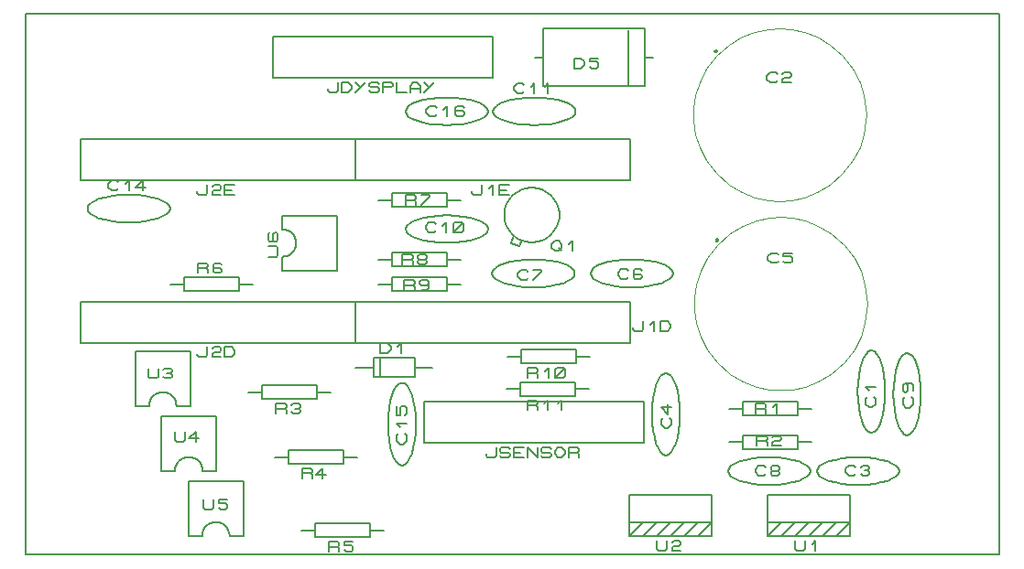
<source format=gbr>
G04 PROTEUS RS274X GERBER FILE*
%FSLAX45Y45*%
%MOMM*%
G01*
%ADD21C,0.203200*%
%ADD24C,0.120000*%
%ADD25C,0.200000*%
%TD.AperFunction*%
D21*
X+0Y+0D02*
X+9000000Y+0D01*
X+9000000Y+5000000D01*
X+0Y+5000000D01*
X+0Y+0D01*
X+3047000Y+3459500D02*
X+5587000Y+3459500D01*
X+5587000Y+3840500D01*
X+3047000Y+3840500D01*
X+3047000Y+3459500D01*
X+4126500Y+3357900D02*
X+4126500Y+3342660D01*
X+4142375Y+3327420D01*
X+4205875Y+3327420D01*
X+4221750Y+3342660D01*
X+4221750Y+3418860D01*
X+4285250Y+3388380D02*
X+4317000Y+3418860D01*
X+4317000Y+3327420D01*
X+4475750Y+3327420D02*
X+4380500Y+3327420D01*
X+4380500Y+3418860D01*
X+4475750Y+3418860D01*
X+4380500Y+3373140D02*
X+4444000Y+3373140D01*
X+507000Y+3459500D02*
X+3047000Y+3459500D01*
X+3047000Y+3840500D01*
X+507000Y+3840500D01*
X+507000Y+3459500D01*
X+1586500Y+3357900D02*
X+1586500Y+3342660D01*
X+1602375Y+3327420D01*
X+1665875Y+3327420D01*
X+1681750Y+3342660D01*
X+1681750Y+3418860D01*
X+1729375Y+3403620D02*
X+1745250Y+3418860D01*
X+1792875Y+3418860D01*
X+1808750Y+3403620D01*
X+1808750Y+3388380D01*
X+1792875Y+3373140D01*
X+1745250Y+3373140D01*
X+1729375Y+3357900D01*
X+1729375Y+3327420D01*
X+1808750Y+3327420D01*
X+1935750Y+3327420D02*
X+1840500Y+3327420D01*
X+1840500Y+3418860D01*
X+1935750Y+3418860D01*
X+1840500Y+3373140D02*
X+1904000Y+3373140D01*
X+3047000Y+1959500D02*
X+5587000Y+1959500D01*
X+5587000Y+2340500D01*
X+3047000Y+2340500D01*
X+3047000Y+1959500D01*
X+5616500Y+2097900D02*
X+5616500Y+2082660D01*
X+5632375Y+2067420D01*
X+5695875Y+2067420D01*
X+5711750Y+2082660D01*
X+5711750Y+2158860D01*
X+5775250Y+2128380D02*
X+5807000Y+2158860D01*
X+5807000Y+2067420D01*
X+5870500Y+2067420D02*
X+5870500Y+2158860D01*
X+5934000Y+2158860D01*
X+5965750Y+2128380D01*
X+5965750Y+2097900D01*
X+5934000Y+2067420D01*
X+5870500Y+2067420D01*
X+507000Y+1959500D02*
X+3047000Y+1959500D01*
X+3047000Y+2340500D01*
X+507000Y+2340500D01*
X+507000Y+1959500D01*
X+1586500Y+1857900D02*
X+1586500Y+1842660D01*
X+1602375Y+1827420D01*
X+1665875Y+1827420D01*
X+1681750Y+1842660D01*
X+1681750Y+1918860D01*
X+1729375Y+1903620D02*
X+1745250Y+1918860D01*
X+1792875Y+1918860D01*
X+1808750Y+1903620D01*
X+1808750Y+1888380D01*
X+1792875Y+1873140D01*
X+1745250Y+1873140D01*
X+1729375Y+1857900D01*
X+1729375Y+1827420D01*
X+1808750Y+1827420D01*
X+1840500Y+1827420D02*
X+1840500Y+1918860D01*
X+1904000Y+1918860D01*
X+1935750Y+1888380D01*
X+1935750Y+1857900D01*
X+1904000Y+1827420D01*
X+1840500Y+1827420D01*
X+2285000Y+4409500D02*
X+4317000Y+4409500D01*
X+4317000Y+4790500D01*
X+2285000Y+4790500D01*
X+2285000Y+4409500D01*
X+2793000Y+4307900D02*
X+2793000Y+4292660D01*
X+2808875Y+4277420D01*
X+2872375Y+4277420D01*
X+2888250Y+4292660D01*
X+2888250Y+4368860D01*
X+2920000Y+4277420D02*
X+2920000Y+4368860D01*
X+2983500Y+4368860D01*
X+3015250Y+4338380D01*
X+3015250Y+4307900D01*
X+2983500Y+4277420D01*
X+2920000Y+4277420D01*
X+3142250Y+4368860D02*
X+3047000Y+4277420D01*
X+3047000Y+4368860D02*
X+3094625Y+4323140D01*
X+3174000Y+4292660D02*
X+3189875Y+4277420D01*
X+3253375Y+4277420D01*
X+3269250Y+4292660D01*
X+3269250Y+4307900D01*
X+3253375Y+4323140D01*
X+3189875Y+4323140D01*
X+3174000Y+4338380D01*
X+3174000Y+4353620D01*
X+3189875Y+4368860D01*
X+3253375Y+4368860D01*
X+3269250Y+4353620D01*
X+3301000Y+4277420D02*
X+3301000Y+4368860D01*
X+3380375Y+4368860D01*
X+3396250Y+4353620D01*
X+3396250Y+4338380D01*
X+3380375Y+4323140D01*
X+3301000Y+4323140D01*
X+3428000Y+4368860D02*
X+3428000Y+4277420D01*
X+3523250Y+4277420D01*
X+3555000Y+4277420D02*
X+3555000Y+4338380D01*
X+3586750Y+4368860D01*
X+3618500Y+4368860D01*
X+3650250Y+4338380D01*
X+3650250Y+4277420D01*
X+3555000Y+4307900D02*
X+3650250Y+4307900D01*
X+3777250Y+4368860D02*
X+3682000Y+4277420D01*
X+3682000Y+4368860D02*
X+3729625Y+4323140D01*
X+3685000Y+1029500D02*
X+5717000Y+1029500D01*
X+5717000Y+1410500D01*
X+3685000Y+1410500D01*
X+3685000Y+1029500D01*
X+4256500Y+927900D02*
X+4256500Y+912660D01*
X+4272375Y+897420D01*
X+4335875Y+897420D01*
X+4351750Y+912660D01*
X+4351750Y+988860D01*
X+4383500Y+912660D02*
X+4399375Y+897420D01*
X+4462875Y+897420D01*
X+4478750Y+912660D01*
X+4478750Y+927900D01*
X+4462875Y+943140D01*
X+4399375Y+943140D01*
X+4383500Y+958380D01*
X+4383500Y+973620D01*
X+4399375Y+988860D01*
X+4462875Y+988860D01*
X+4478750Y+973620D01*
X+4605750Y+897420D02*
X+4510500Y+897420D01*
X+4510500Y+988860D01*
X+4605750Y+988860D01*
X+4510500Y+943140D02*
X+4574000Y+943140D01*
X+4637500Y+897420D02*
X+4637500Y+988860D01*
X+4732750Y+897420D01*
X+4732750Y+988860D01*
X+4764500Y+912660D02*
X+4780375Y+897420D01*
X+4843875Y+897420D01*
X+4859750Y+912660D01*
X+4859750Y+927900D01*
X+4843875Y+943140D01*
X+4780375Y+943140D01*
X+4764500Y+958380D01*
X+4764500Y+973620D01*
X+4780375Y+988860D01*
X+4843875Y+988860D01*
X+4859750Y+973620D01*
X+4891500Y+958380D02*
X+4923250Y+988860D01*
X+4955000Y+988860D01*
X+4986750Y+958380D01*
X+4986750Y+927900D01*
X+4955000Y+897420D01*
X+4923250Y+897420D01*
X+4891500Y+927900D01*
X+4891500Y+958380D01*
X+5018500Y+897420D02*
X+5018500Y+988860D01*
X+5097875Y+988860D01*
X+5113750Y+973620D01*
X+5113750Y+958380D01*
X+5097875Y+943140D01*
X+5018500Y+943140D01*
X+5097875Y+943140D02*
X+5113750Y+927900D01*
X+5113750Y+897420D01*
X+6859000Y+293000D02*
X+7621000Y+293000D01*
X+7621000Y+547000D01*
X+6859000Y+547000D01*
X+6859000Y+293000D01*
X+7621000Y+293000D02*
X+7621000Y+166000D01*
X+6859000Y+166000D01*
X+6859000Y+293000D01*
X+7621000Y+293000D02*
X+7494000Y+166000D01*
X+7494000Y+293000D02*
X+7367000Y+166000D01*
X+7367000Y+293000D02*
X+7240000Y+166000D01*
X+7240000Y+293000D02*
X+7113000Y+166000D01*
X+7113000Y+293000D02*
X+6986000Y+166000D01*
X+6986000Y+293000D02*
X+6859000Y+166000D01*
X+7113000Y+125360D02*
X+7113000Y+49160D01*
X+7128875Y+33920D01*
X+7192375Y+33920D01*
X+7208250Y+49160D01*
X+7208250Y+125360D01*
X+7271750Y+94880D02*
X+7303500Y+125360D01*
X+7303500Y+33920D01*
X+5579000Y+293000D02*
X+6341000Y+293000D01*
X+6341000Y+547000D01*
X+5579000Y+547000D01*
X+5579000Y+293000D01*
X+6341000Y+293000D02*
X+6341000Y+166000D01*
X+5579000Y+166000D01*
X+5579000Y+293000D01*
X+6341000Y+293000D02*
X+6214000Y+166000D01*
X+6214000Y+293000D02*
X+6087000Y+166000D01*
X+6087000Y+293000D02*
X+5960000Y+166000D01*
X+5960000Y+293000D02*
X+5833000Y+166000D01*
X+5833000Y+293000D02*
X+5706000Y+166000D01*
X+5706000Y+293000D02*
X+5579000Y+166000D01*
X+5833000Y+125360D02*
X+5833000Y+49160D01*
X+5848875Y+33920D01*
X+5912375Y+33920D01*
X+5928250Y+49160D01*
X+5928250Y+125360D01*
X+5975875Y+110120D02*
X+5991750Y+125360D01*
X+6039375Y+125360D01*
X+6055250Y+110120D01*
X+6055250Y+94880D01*
X+6039375Y+79640D01*
X+5991750Y+79640D01*
X+5975875Y+64400D01*
X+5975875Y+33920D01*
X+6055250Y+33920D01*
X+6507000Y+1040000D02*
X+6634000Y+1040000D01*
X+6634000Y+976500D02*
X+7142000Y+976500D01*
X+7142000Y+1103500D01*
X+6634000Y+1103500D01*
X+6634000Y+976500D01*
X+7142000Y+1040000D02*
X+7269000Y+1040000D01*
X+6761000Y+1004140D02*
X+6761000Y+1095580D01*
X+6840375Y+1095580D01*
X+6856250Y+1080340D01*
X+6856250Y+1065100D01*
X+6840375Y+1049860D01*
X+6761000Y+1049860D01*
X+6840375Y+1049860D02*
X+6856250Y+1034620D01*
X+6856250Y+1004140D01*
X+6903875Y+1080340D02*
X+6919750Y+1095580D01*
X+6967375Y+1095580D01*
X+6983250Y+1080340D01*
X+6983250Y+1065100D01*
X+6967375Y+1049860D01*
X+6919750Y+1049860D01*
X+6903875Y+1034620D01*
X+6903875Y+1004140D01*
X+6983250Y+1004140D01*
X+7269000Y+1350000D02*
X+7142000Y+1350000D01*
X+6634000Y+1286500D02*
X+7142000Y+1286500D01*
X+7142000Y+1413500D01*
X+6634000Y+1413500D01*
X+6634000Y+1286500D01*
X+6634000Y+1350000D02*
X+6507000Y+1350000D01*
X+6751000Y+1304420D02*
X+6751000Y+1395860D01*
X+6830375Y+1395860D01*
X+6846250Y+1380620D01*
X+6846250Y+1365380D01*
X+6830375Y+1350140D01*
X+6751000Y+1350140D01*
X+6830375Y+1350140D02*
X+6846250Y+1334900D01*
X+6846250Y+1304420D01*
X+6909750Y+1365380D02*
X+6941500Y+1395860D01*
X+6941500Y+1304420D01*
X+1337000Y+2500000D02*
X+1464000Y+2500000D01*
X+1464000Y+2436500D02*
X+1972000Y+2436500D01*
X+1972000Y+2563500D01*
X+1464000Y+2563500D01*
X+1464000Y+2436500D01*
X+1972000Y+2500000D02*
X+2099000Y+2500000D01*
X+1591000Y+2604140D02*
X+1591000Y+2695580D01*
X+1670375Y+2695580D01*
X+1686250Y+2680340D01*
X+1686250Y+2665100D01*
X+1670375Y+2649860D01*
X+1591000Y+2649860D01*
X+1670375Y+2649860D02*
X+1686250Y+2634620D01*
X+1686250Y+2604140D01*
X+1813250Y+2680340D02*
X+1797375Y+2695580D01*
X+1749750Y+2695580D01*
X+1733875Y+2680340D01*
X+1733875Y+2619380D01*
X+1749750Y+2604140D01*
X+1797375Y+2604140D01*
X+1813250Y+2619380D01*
X+1813250Y+2634620D01*
X+1797375Y+2649860D01*
X+1733875Y+2649860D01*
X+7820000Y+1887000D02*
X+7845876Y+1879484D01*
X+7869848Y+1857830D01*
X+7891438Y+1823376D01*
X+7910170Y+1777462D01*
X+7925569Y+1721429D01*
X+7937158Y+1656614D01*
X+7944460Y+1584358D01*
X+7947000Y+1506000D01*
X+7820000Y+1125000D02*
X+7845876Y+1132620D01*
X+7869848Y+1154528D01*
X+7891438Y+1189294D01*
X+7910170Y+1235490D01*
X+7925569Y+1291688D01*
X+7937158Y+1356458D01*
X+7944460Y+1428371D01*
X+7947000Y+1506000D01*
X+7820000Y+1125000D02*
X+7794124Y+1132620D01*
X+7770152Y+1154528D01*
X+7748562Y+1189294D01*
X+7729830Y+1235490D01*
X+7714431Y+1291688D01*
X+7702842Y+1356458D01*
X+7695540Y+1428371D01*
X+7693000Y+1506000D01*
X+7820000Y+1887000D02*
X+7794124Y+1879484D01*
X+7770152Y+1857830D01*
X+7748562Y+1823376D01*
X+7729830Y+1777462D01*
X+7714431Y+1721429D01*
X+7702842Y+1656614D01*
X+7695540Y+1584358D01*
X+7693000Y+1506000D01*
X+7843840Y+1454250D02*
X+7859080Y+1438375D01*
X+7859080Y+1390750D01*
X+7828600Y+1359000D01*
X+7798120Y+1359000D01*
X+7767640Y+1390750D01*
X+7767640Y+1438375D01*
X+7782880Y+1454250D01*
X+7798120Y+1517750D02*
X+7767640Y+1549500D01*
X+7859080Y+1549500D01*
X+8077000Y+770000D02*
X+8069484Y+744124D01*
X+8047830Y+720152D01*
X+8013376Y+698562D01*
X+7967462Y+679830D01*
X+7911428Y+664431D01*
X+7846614Y+652842D01*
X+7774358Y+645540D01*
X+7696000Y+643000D01*
X+7315000Y+770000D02*
X+7322620Y+744124D01*
X+7344528Y+720152D01*
X+7379294Y+698562D01*
X+7425490Y+679830D01*
X+7481688Y+664431D01*
X+7546458Y+652842D01*
X+7618371Y+645540D01*
X+7696000Y+643000D01*
X+7315000Y+770000D02*
X+7322620Y+795876D01*
X+7344528Y+819848D01*
X+7379294Y+841438D01*
X+7425490Y+860170D01*
X+7481688Y+875569D01*
X+7546458Y+887158D01*
X+7618371Y+894460D01*
X+7696000Y+897000D01*
X+8077000Y+770000D02*
X+8069484Y+795876D01*
X+8047830Y+819848D01*
X+8013376Y+841438D01*
X+7967462Y+860170D01*
X+7911428Y+875569D01*
X+7846614Y+887158D01*
X+7774358Y+894460D01*
X+7696000Y+897000D01*
X+7674250Y+746160D02*
X+7658375Y+730920D01*
X+7610750Y+730920D01*
X+7579000Y+761400D01*
X+7579000Y+791880D01*
X+7610750Y+822360D01*
X+7658375Y+822360D01*
X+7674250Y+807120D01*
X+7721875Y+807120D02*
X+7737750Y+822360D01*
X+7785375Y+822360D01*
X+7801250Y+807120D01*
X+7801250Y+791880D01*
X+7785375Y+776640D01*
X+7801250Y+761400D01*
X+7801250Y+746160D01*
X+7785375Y+730920D01*
X+7737750Y+730920D01*
X+7721875Y+746160D01*
X+7753625Y+776640D02*
X+7785375Y+776640D01*
X+5920000Y+1677000D02*
X+5945876Y+1669484D01*
X+5969848Y+1647830D01*
X+5991438Y+1613376D01*
X+6010170Y+1567462D01*
X+6025569Y+1511429D01*
X+6037158Y+1446614D01*
X+6044460Y+1374358D01*
X+6047000Y+1296000D01*
X+5920000Y+915000D02*
X+5945876Y+922620D01*
X+5969848Y+944528D01*
X+5991438Y+979294D01*
X+6010170Y+1025490D01*
X+6025569Y+1081688D01*
X+6037158Y+1146458D01*
X+6044460Y+1218371D01*
X+6047000Y+1296000D01*
X+5920000Y+915000D02*
X+5894124Y+922620D01*
X+5870152Y+944528D01*
X+5848562Y+979294D01*
X+5829830Y+1025490D01*
X+5814431Y+1081688D01*
X+5802842Y+1146458D01*
X+5795540Y+1218371D01*
X+5793000Y+1296000D01*
X+5920000Y+1677000D02*
X+5894124Y+1669484D01*
X+5870152Y+1647830D01*
X+5848562Y+1613376D01*
X+5829830Y+1567462D01*
X+5814431Y+1511429D01*
X+5802842Y+1446614D01*
X+5795540Y+1374358D01*
X+5793000Y+1296000D01*
X+5953840Y+1264250D02*
X+5969080Y+1248375D01*
X+5969080Y+1200750D01*
X+5938600Y+1169000D01*
X+5908120Y+1169000D01*
X+5877640Y+1200750D01*
X+5877640Y+1248375D01*
X+5892880Y+1264250D01*
X+5938600Y+1391250D02*
X+5938600Y+1296000D01*
X+5877640Y+1359500D01*
X+5969080Y+1359500D01*
D24*
X+7780000Y+2320000D02*
X+7777722Y+2380332D01*
X+7759256Y+2500997D01*
X+7720945Y+2621662D01*
X+7659441Y+2742327D01*
X+7567503Y+2862992D01*
X+7447714Y+2969033D01*
X+7327049Y+3040803D01*
X+7206384Y+3087301D01*
X+7085719Y+3112984D01*
X+6980000Y+3120000D01*
X+6180000Y+2320000D02*
X+6182278Y+2380332D01*
X+6200744Y+2500997D01*
X+6239055Y+2621662D01*
X+6300559Y+2742327D01*
X+6392497Y+2862992D01*
X+6512286Y+2969033D01*
X+6632951Y+3040803D01*
X+6753616Y+3087301D01*
X+6874281Y+3112984D01*
X+6980000Y+3120000D01*
X+6180000Y+2320000D02*
X+6182278Y+2259668D01*
X+6200744Y+2139003D01*
X+6239055Y+2018338D01*
X+6300559Y+1897673D01*
X+6392497Y+1777008D01*
X+6512286Y+1670967D01*
X+6632951Y+1599197D01*
X+6753616Y+1552699D01*
X+6874281Y+1527016D01*
X+6980000Y+1520000D01*
X+7780000Y+2320000D02*
X+7777722Y+2259668D01*
X+7759256Y+2139003D01*
X+7720945Y+2018338D01*
X+7659441Y+1897673D01*
X+7567503Y+1777008D01*
X+7447714Y+1670967D01*
X+7327049Y+1599197D01*
X+7206384Y+1552699D01*
X+7085719Y+1527016D01*
X+6980000Y+1520000D01*
D25*
X+6402000Y+2908000D02*
X+6401965Y+2908831D01*
X+6401684Y+2910495D01*
X+6401094Y+2912159D01*
X+6400130Y+2913823D01*
X+6398655Y+2915464D01*
X+6396991Y+2916665D01*
X+6395327Y+2917430D01*
X+6393663Y+2917861D01*
X+6392000Y+2918000D01*
X+6382000Y+2908000D02*
X+6382035Y+2908831D01*
X+6382316Y+2910495D01*
X+6382906Y+2912159D01*
X+6383870Y+2913823D01*
X+6385345Y+2915464D01*
X+6387009Y+2916665D01*
X+6388673Y+2917430D01*
X+6390337Y+2917861D01*
X+6392000Y+2918000D01*
X+6382000Y+2908000D02*
X+6382035Y+2907169D01*
X+6382316Y+2905505D01*
X+6382906Y+2903841D01*
X+6383870Y+2902177D01*
X+6385345Y+2900536D01*
X+6387009Y+2899335D01*
X+6388673Y+2898570D01*
X+6390337Y+2898139D01*
X+6392000Y+2898000D01*
X+6402000Y+2908000D02*
X+6401965Y+2907169D01*
X+6401684Y+2905505D01*
X+6401094Y+2903841D01*
X+6400130Y+2902177D01*
X+6398655Y+2900536D01*
X+6396991Y+2899335D01*
X+6395327Y+2898570D01*
X+6393663Y+2898139D01*
X+6392000Y+2898000D01*
D21*
X+6958250Y+2711720D02*
X+6942375Y+2696480D01*
X+6894750Y+2696480D01*
X+6863000Y+2726960D01*
X+6863000Y+2757440D01*
X+6894750Y+2787920D01*
X+6942375Y+2787920D01*
X+6958250Y+2772680D01*
X+7085250Y+2787920D02*
X+7005875Y+2787920D01*
X+7005875Y+2757440D01*
X+7069375Y+2757440D01*
X+7085250Y+2742200D01*
X+7085250Y+2711720D01*
X+7069375Y+2696480D01*
X+7021750Y+2696480D01*
X+7005875Y+2711720D01*
D24*
X+7770000Y+4070000D02*
X+7767722Y+4130332D01*
X+7749256Y+4250997D01*
X+7710945Y+4371662D01*
X+7649441Y+4492327D01*
X+7557503Y+4612992D01*
X+7437714Y+4719033D01*
X+7317049Y+4790803D01*
X+7196384Y+4837301D01*
X+7075719Y+4862984D01*
X+6970000Y+4870000D01*
X+6170000Y+4070000D02*
X+6172278Y+4130332D01*
X+6190744Y+4250997D01*
X+6229055Y+4371662D01*
X+6290559Y+4492327D01*
X+6382497Y+4612992D01*
X+6502286Y+4719033D01*
X+6622951Y+4790803D01*
X+6743616Y+4837301D01*
X+6864281Y+4862984D01*
X+6970000Y+4870000D01*
X+6170000Y+4070000D02*
X+6172278Y+4009668D01*
X+6190744Y+3889003D01*
X+6229055Y+3768338D01*
X+6290559Y+3647673D01*
X+6382497Y+3527008D01*
X+6502286Y+3420967D01*
X+6622951Y+3349197D01*
X+6743616Y+3302699D01*
X+6864281Y+3277016D01*
X+6970000Y+3270000D01*
X+7770000Y+4070000D02*
X+7767722Y+4009668D01*
X+7749256Y+3889003D01*
X+7710945Y+3768338D01*
X+7649441Y+3647673D01*
X+7557503Y+3527008D01*
X+7437714Y+3420967D01*
X+7317049Y+3349197D01*
X+7196384Y+3302699D01*
X+7075719Y+3277016D01*
X+6970000Y+3270000D01*
D25*
X+6392000Y+4658000D02*
X+6391965Y+4658831D01*
X+6391684Y+4660495D01*
X+6391094Y+4662159D01*
X+6390130Y+4663823D01*
X+6388655Y+4665464D01*
X+6386991Y+4666665D01*
X+6385327Y+4667430D01*
X+6383663Y+4667861D01*
X+6382000Y+4668000D01*
X+6372000Y+4658000D02*
X+6372035Y+4658831D01*
X+6372316Y+4660495D01*
X+6372906Y+4662159D01*
X+6373870Y+4663823D01*
X+6375345Y+4665464D01*
X+6377009Y+4666665D01*
X+6378673Y+4667430D01*
X+6380337Y+4667861D01*
X+6382000Y+4668000D01*
X+6372000Y+4658000D02*
X+6372035Y+4657169D01*
X+6372316Y+4655505D01*
X+6372906Y+4653841D01*
X+6373870Y+4652177D01*
X+6375345Y+4650536D01*
X+6377009Y+4649335D01*
X+6378673Y+4648570D01*
X+6380337Y+4648139D01*
X+6382000Y+4648000D01*
X+6392000Y+4658000D02*
X+6391965Y+4657169D01*
X+6391684Y+4655505D01*
X+6391094Y+4653841D01*
X+6390130Y+4652177D01*
X+6388655Y+4650536D01*
X+6386991Y+4649335D01*
X+6385327Y+4648570D01*
X+6383663Y+4648139D01*
X+6382000Y+4648000D01*
D21*
X+6948250Y+4381720D02*
X+6932375Y+4366480D01*
X+6884750Y+4366480D01*
X+6853000Y+4396960D01*
X+6853000Y+4427440D01*
X+6884750Y+4457920D01*
X+6932375Y+4457920D01*
X+6948250Y+4442680D01*
X+6995875Y+4442680D02*
X+7011750Y+4457920D01*
X+7059375Y+4457920D01*
X+7075250Y+4442680D01*
X+7075250Y+4427440D01*
X+7059375Y+4412200D01*
X+7011750Y+4412200D01*
X+6995875Y+4396960D01*
X+6995875Y+4366480D01*
X+7075250Y+4366480D01*
X+4781600Y+4333300D02*
X+5721400Y+4333300D01*
X+5721400Y+4866700D01*
X+4781600Y+4866700D01*
X+4781600Y+4333300D01*
X+4781600Y+4600000D02*
X+4705400Y+4600000D01*
X+5721400Y+4600000D02*
X+5797600Y+4600000D01*
X+5569000Y+4333300D02*
X+5569000Y+4854000D01*
X+5072658Y+4499378D02*
X+5072658Y+4590818D01*
X+5136158Y+4590818D01*
X+5167908Y+4560338D01*
X+5167908Y+4529858D01*
X+5136158Y+4499378D01*
X+5072658Y+4499378D01*
X+5294908Y+4590818D02*
X+5215533Y+4590818D01*
X+5215533Y+4560338D01*
X+5279033Y+4560338D01*
X+5294908Y+4545098D01*
X+5294908Y+4514618D01*
X+5279033Y+4499378D01*
X+5231408Y+4499378D01*
X+5215533Y+4514618D01*
X+8150000Y+1103000D02*
X+8124124Y+1110516D01*
X+8100152Y+1132170D01*
X+8078562Y+1166624D01*
X+8059830Y+1212538D01*
X+8044431Y+1268571D01*
X+8032842Y+1333386D01*
X+8025540Y+1405642D01*
X+8023000Y+1484000D01*
X+8150000Y+1865000D02*
X+8124124Y+1857380D01*
X+8100152Y+1835472D01*
X+8078562Y+1800706D01*
X+8059830Y+1754510D01*
X+8044431Y+1698312D01*
X+8032842Y+1633542D01*
X+8025540Y+1561629D01*
X+8023000Y+1484000D01*
X+8150000Y+1865000D02*
X+8175876Y+1857380D01*
X+8199848Y+1835472D01*
X+8221438Y+1800706D01*
X+8240170Y+1754510D01*
X+8255569Y+1698312D01*
X+8267158Y+1633542D01*
X+8274460Y+1561629D01*
X+8277000Y+1484000D01*
X+8150000Y+1103000D02*
X+8175876Y+1110516D01*
X+8199848Y+1132170D01*
X+8221438Y+1166624D01*
X+8240170Y+1212538D01*
X+8255569Y+1268571D01*
X+8267158Y+1333386D01*
X+8274460Y+1405642D01*
X+8277000Y+1484000D01*
X+8187120Y+1452250D02*
X+8202360Y+1436375D01*
X+8202360Y+1388750D01*
X+8171880Y+1357000D01*
X+8141400Y+1357000D01*
X+8110920Y+1388750D01*
X+8110920Y+1436375D01*
X+8126160Y+1452250D01*
X+8141400Y+1579250D02*
X+8156640Y+1563375D01*
X+8156640Y+1515750D01*
X+8141400Y+1499875D01*
X+8126160Y+1499875D01*
X+8110920Y+1515750D01*
X+8110920Y+1563375D01*
X+8126160Y+1579250D01*
X+8187120Y+1579250D01*
X+8202360Y+1563375D01*
X+8202360Y+1515750D01*
X+6493000Y+770000D02*
X+6500516Y+795876D01*
X+6522170Y+819848D01*
X+6556624Y+841438D01*
X+6602538Y+860170D01*
X+6658572Y+875569D01*
X+6723386Y+887158D01*
X+6795642Y+894460D01*
X+6874000Y+897000D01*
X+7255000Y+770000D02*
X+7247380Y+795876D01*
X+7225472Y+819848D01*
X+7190706Y+841438D01*
X+7144510Y+860170D01*
X+7088312Y+875569D01*
X+7023542Y+887158D01*
X+6951629Y+894460D01*
X+6874000Y+897000D01*
X+7255000Y+770000D02*
X+7247380Y+744124D01*
X+7225472Y+720152D01*
X+7190706Y+698562D01*
X+7144510Y+679830D01*
X+7088312Y+664431D01*
X+7023542Y+652842D01*
X+6951629Y+645540D01*
X+6874000Y+643000D01*
X+6493000Y+770000D02*
X+6500516Y+744124D01*
X+6522170Y+720152D01*
X+6556624Y+698562D01*
X+6602538Y+679830D01*
X+6658572Y+664431D01*
X+6723386Y+652842D01*
X+6795642Y+645540D01*
X+6874000Y+643000D01*
X+6842250Y+742880D02*
X+6826375Y+727640D01*
X+6778750Y+727640D01*
X+6747000Y+758120D01*
X+6747000Y+788600D01*
X+6778750Y+819080D01*
X+6826375Y+819080D01*
X+6842250Y+803840D01*
X+6905750Y+773360D02*
X+6889875Y+788600D01*
X+6889875Y+803840D01*
X+6905750Y+819080D01*
X+6953375Y+819080D01*
X+6969250Y+803840D01*
X+6969250Y+788600D01*
X+6953375Y+773360D01*
X+6905750Y+773360D01*
X+6889875Y+758120D01*
X+6889875Y+742880D01*
X+6905750Y+727640D01*
X+6953375Y+727640D01*
X+6969250Y+742880D01*
X+6969250Y+758120D01*
X+6953375Y+773360D01*
X+5223000Y+2600000D02*
X+5230516Y+2625876D01*
X+5252170Y+2649848D01*
X+5286624Y+2671438D01*
X+5332538Y+2690170D01*
X+5388572Y+2705569D01*
X+5453386Y+2717158D01*
X+5525642Y+2724460D01*
X+5604000Y+2727000D01*
X+5985000Y+2600000D02*
X+5977380Y+2625876D01*
X+5955472Y+2649848D01*
X+5920706Y+2671438D01*
X+5874510Y+2690170D01*
X+5818312Y+2705569D01*
X+5753542Y+2717158D01*
X+5681629Y+2724460D01*
X+5604000Y+2727000D01*
X+5985000Y+2600000D02*
X+5977380Y+2574124D01*
X+5955472Y+2550152D01*
X+5920706Y+2528562D01*
X+5874510Y+2509830D01*
X+5818312Y+2494431D01*
X+5753542Y+2482842D01*
X+5681629Y+2475540D01*
X+5604000Y+2473000D01*
X+5223000Y+2600000D02*
X+5230516Y+2574124D01*
X+5252170Y+2550152D01*
X+5286624Y+2528562D01*
X+5332538Y+2509830D01*
X+5388572Y+2494431D01*
X+5453386Y+2482842D01*
X+5525642Y+2475540D01*
X+5604000Y+2473000D01*
X+5572250Y+2562880D02*
X+5556375Y+2547640D01*
X+5508750Y+2547640D01*
X+5477000Y+2578120D01*
X+5477000Y+2608600D01*
X+5508750Y+2639080D01*
X+5556375Y+2639080D01*
X+5572250Y+2623840D01*
X+5699250Y+2623840D02*
X+5683375Y+2639080D01*
X+5635750Y+2639080D01*
X+5619875Y+2623840D01*
X+5619875Y+2562880D01*
X+5635750Y+2547640D01*
X+5683375Y+2547640D01*
X+5699250Y+2562880D01*
X+5699250Y+2578120D01*
X+5683375Y+2593360D01*
X+5619875Y+2593360D01*
X+573000Y+3200000D02*
X+580516Y+3225876D01*
X+602170Y+3249848D01*
X+636624Y+3271438D01*
X+682538Y+3290170D01*
X+738572Y+3305569D01*
X+803386Y+3317158D01*
X+875642Y+3324460D01*
X+954000Y+3327000D01*
X+1335000Y+3200000D02*
X+1327380Y+3225876D01*
X+1305472Y+3249848D01*
X+1270706Y+3271438D01*
X+1224510Y+3290170D01*
X+1168312Y+3305569D01*
X+1103542Y+3317158D01*
X+1031629Y+3324460D01*
X+954000Y+3327000D01*
X+1335000Y+3200000D02*
X+1327380Y+3174124D01*
X+1305472Y+3150152D01*
X+1270706Y+3128562D01*
X+1224510Y+3109830D01*
X+1168312Y+3094431D01*
X+1103542Y+3082842D01*
X+1031629Y+3075540D01*
X+954000Y+3073000D01*
X+573000Y+3200000D02*
X+580516Y+3174124D01*
X+602170Y+3150152D01*
X+636624Y+3128562D01*
X+682538Y+3109830D01*
X+738572Y+3094431D01*
X+803386Y+3082842D01*
X+875642Y+3075540D01*
X+954000Y+3073000D01*
X+858750Y+3382880D02*
X+842875Y+3367640D01*
X+795250Y+3367640D01*
X+763500Y+3398120D01*
X+763500Y+3428600D01*
X+795250Y+3459080D01*
X+842875Y+3459080D01*
X+858750Y+3443840D01*
X+922250Y+3428600D02*
X+954000Y+3459080D01*
X+954000Y+3367640D01*
X+1112750Y+3398120D02*
X+1017500Y+3398120D01*
X+1081000Y+3459080D01*
X+1081000Y+3367640D01*
X+2373000Y+3008000D02*
X+2373000Y+3135000D01*
X+2881000Y+3135000D01*
X+2881000Y+2627000D01*
X+2373000Y+2627000D01*
X+2373000Y+2754000D01*
X+2500000Y+2881000D02*
X+2497564Y+2906876D01*
X+2490515Y+2930848D01*
X+2479238Y+2952438D01*
X+2464122Y+2971170D01*
X+2445554Y+2986569D01*
X+2423919Y+2998158D01*
X+2399606Y+3005460D01*
X+2373000Y+3008000D01*
X+2500000Y+2881000D02*
X+2497564Y+2854394D01*
X+2490515Y+2830081D01*
X+2479238Y+2808446D01*
X+2464122Y+2789878D01*
X+2445554Y+2774762D01*
X+2423919Y+2763485D01*
X+2399606Y+2756436D01*
X+2373000Y+2754000D01*
X+2240920Y+2754000D02*
X+2317120Y+2754000D01*
X+2332360Y+2769875D01*
X+2332360Y+2833375D01*
X+2317120Y+2849250D01*
X+2240920Y+2849250D01*
X+2256160Y+2976250D02*
X+2240920Y+2960375D01*
X+2240920Y+2912750D01*
X+2256160Y+2896875D01*
X+2317120Y+2896875D01*
X+2332360Y+2912750D01*
X+2332360Y+2960375D01*
X+2317120Y+2976250D01*
X+2301880Y+2976250D01*
X+2286640Y+2960375D01*
X+2286640Y+2896875D01*
X+4023000Y+3280000D02*
X+3896000Y+3280000D01*
X+3388000Y+3216500D02*
X+3896000Y+3216500D01*
X+3896000Y+3343500D01*
X+3388000Y+3343500D01*
X+3388000Y+3216500D01*
X+3388000Y+3280000D02*
X+3261000Y+3280000D01*
X+3515000Y+3234420D02*
X+3515000Y+3325860D01*
X+3594375Y+3325860D01*
X+3610250Y+3310620D01*
X+3610250Y+3295380D01*
X+3594375Y+3280140D01*
X+3515000Y+3280140D01*
X+3594375Y+3280140D02*
X+3610250Y+3264900D01*
X+3610250Y+3234420D01*
X+3657875Y+3325860D02*
X+3737250Y+3325860D01*
X+3737250Y+3310620D01*
X+3657875Y+3234420D01*
X+3261000Y+2730000D02*
X+3388000Y+2730000D01*
X+3388000Y+2666500D02*
X+3896000Y+2666500D01*
X+3896000Y+2793500D01*
X+3388000Y+2793500D01*
X+3388000Y+2666500D01*
X+3896000Y+2730000D02*
X+4023000Y+2730000D01*
X+3485000Y+2684140D02*
X+3485000Y+2775580D01*
X+3564375Y+2775580D01*
X+3580250Y+2760340D01*
X+3580250Y+2745100D01*
X+3564375Y+2729860D01*
X+3485000Y+2729860D01*
X+3564375Y+2729860D02*
X+3580250Y+2714620D01*
X+3580250Y+2684140D01*
X+3643750Y+2729860D02*
X+3627875Y+2745100D01*
X+3627875Y+2760340D01*
X+3643750Y+2775580D01*
X+3691375Y+2775580D01*
X+3707250Y+2760340D01*
X+3707250Y+2745100D01*
X+3691375Y+2729860D01*
X+3643750Y+2729860D01*
X+3627875Y+2714620D01*
X+3627875Y+2699380D01*
X+3643750Y+2684140D01*
X+3691375Y+2684140D01*
X+3707250Y+2699380D01*
X+3707250Y+2714620D01*
X+3691375Y+2729860D01*
X+4934000Y+3140000D02*
X+4933173Y+3160483D01*
X+4926455Y+3201450D01*
X+4912437Y+3242417D01*
X+4889659Y+3283384D01*
X+4854859Y+3324229D01*
X+4813892Y+3355845D01*
X+4772925Y+3376392D01*
X+4731958Y+3388629D01*
X+4690991Y+3393762D01*
X+4680000Y+3394000D01*
X+4426000Y+3140000D02*
X+4426827Y+3160483D01*
X+4433545Y+3201450D01*
X+4447563Y+3242417D01*
X+4470341Y+3283384D01*
X+4505141Y+3324229D01*
X+4546108Y+3355845D01*
X+4587075Y+3376392D01*
X+4628042Y+3388629D01*
X+4669009Y+3393762D01*
X+4680000Y+3394000D01*
X+4426000Y+3140000D02*
X+4426827Y+3119517D01*
X+4433545Y+3078550D01*
X+4447563Y+3037583D01*
X+4470341Y+2996616D01*
X+4505141Y+2955771D01*
X+4546108Y+2924155D01*
X+4587075Y+2903608D01*
X+4628042Y+2891371D01*
X+4669009Y+2886238D01*
X+4680000Y+2886000D01*
X+4934000Y+3140000D02*
X+4933173Y+3119517D01*
X+4926455Y+3078550D01*
X+4912437Y+3037583D01*
X+4889659Y+2996616D01*
X+4854859Y+2955771D01*
X+4813892Y+2924155D01*
X+4772925Y+2903608D01*
X+4731958Y+2891371D01*
X+4690991Y+2886238D01*
X+4680000Y+2886000D01*
X+4587100Y+2910500D02*
X+4564300Y+2851600D01*
X+4491000Y+2881600D01*
X+4489900Y+2884700D02*
X+4517800Y+2948800D01*
X+4863000Y+2870480D02*
X+4894750Y+2900960D01*
X+4926500Y+2900960D01*
X+4958250Y+2870480D01*
X+4958250Y+2840000D01*
X+4926500Y+2809520D01*
X+4894750Y+2809520D01*
X+4863000Y+2840000D01*
X+4863000Y+2870480D01*
X+4926500Y+2840000D02*
X+4958250Y+2809520D01*
X+5021750Y+2870480D02*
X+5053500Y+2900960D01*
X+5053500Y+2809520D01*
X+3257000Y+2500000D02*
X+3384000Y+2500000D01*
X+3384000Y+2436500D02*
X+3892000Y+2436500D01*
X+3892000Y+2563500D01*
X+3384000Y+2563500D01*
X+3384000Y+2436500D01*
X+3892000Y+2500000D02*
X+4019000Y+2500000D01*
X+3501000Y+2444140D02*
X+3501000Y+2535580D01*
X+3580375Y+2535580D01*
X+3596250Y+2520340D01*
X+3596250Y+2505100D01*
X+3580375Y+2489860D01*
X+3501000Y+2489860D01*
X+3580375Y+2489860D02*
X+3596250Y+2474620D01*
X+3596250Y+2444140D01*
X+3723250Y+2505100D02*
X+3707375Y+2489860D01*
X+3659750Y+2489860D01*
X+3643875Y+2505100D01*
X+3643875Y+2520340D01*
X+3659750Y+2535580D01*
X+3707375Y+2535580D01*
X+3723250Y+2520340D01*
X+3723250Y+2459380D01*
X+3707375Y+2444140D01*
X+3659750Y+2444140D01*
X+5077000Y+2600000D02*
X+5069484Y+2574124D01*
X+5047830Y+2550152D01*
X+5013376Y+2528562D01*
X+4967462Y+2509830D01*
X+4911428Y+2494431D01*
X+4846614Y+2482842D01*
X+4774358Y+2475540D01*
X+4696000Y+2473000D01*
X+4315000Y+2600000D02*
X+4322620Y+2574124D01*
X+4344528Y+2550152D01*
X+4379294Y+2528562D01*
X+4425490Y+2509830D01*
X+4481688Y+2494431D01*
X+4546458Y+2482842D01*
X+4618371Y+2475540D01*
X+4696000Y+2473000D01*
X+4315000Y+2600000D02*
X+4322620Y+2625876D01*
X+4344528Y+2649848D01*
X+4379294Y+2671438D01*
X+4425490Y+2690170D01*
X+4481688Y+2705569D01*
X+4546458Y+2717158D01*
X+4618371Y+2724460D01*
X+4696000Y+2727000D01*
X+5077000Y+2600000D02*
X+5069484Y+2625876D01*
X+5047830Y+2649848D01*
X+5013376Y+2671438D01*
X+4967462Y+2690170D01*
X+4911428Y+2705569D01*
X+4846614Y+2717158D01*
X+4774358Y+2724460D01*
X+4696000Y+2727000D01*
X+4644250Y+2556160D02*
X+4628375Y+2540920D01*
X+4580750Y+2540920D01*
X+4549000Y+2571400D01*
X+4549000Y+2601880D01*
X+4580750Y+2632360D01*
X+4628375Y+2632360D01*
X+4644250Y+2617120D01*
X+4691875Y+2632360D02*
X+4771250Y+2632360D01*
X+4771250Y+2617120D01*
X+4691875Y+2540920D01*
X+4277000Y+3010000D02*
X+4269484Y+2984124D01*
X+4247830Y+2960152D01*
X+4213376Y+2938562D01*
X+4167462Y+2919830D01*
X+4111428Y+2904431D01*
X+4046614Y+2892842D01*
X+3974358Y+2885540D01*
X+3896000Y+2883000D01*
X+3515000Y+3010000D02*
X+3522620Y+2984124D01*
X+3544528Y+2960152D01*
X+3579294Y+2938562D01*
X+3625490Y+2919830D01*
X+3681688Y+2904431D01*
X+3746458Y+2892842D01*
X+3818371Y+2885540D01*
X+3896000Y+2883000D01*
X+3515000Y+3010000D02*
X+3522620Y+3035876D01*
X+3544528Y+3059848D01*
X+3579294Y+3081438D01*
X+3625490Y+3100170D01*
X+3681688Y+3115569D01*
X+3746458Y+3127158D01*
X+3818371Y+3134460D01*
X+3896000Y+3137000D01*
X+4277000Y+3010000D02*
X+4269484Y+3035876D01*
X+4247830Y+3059848D01*
X+4213376Y+3081438D01*
X+4167462Y+3100170D01*
X+4111428Y+3115569D01*
X+4046614Y+3127158D01*
X+3974358Y+3134460D01*
X+3896000Y+3137000D01*
X+3792750Y+2996160D02*
X+3776875Y+2980920D01*
X+3729250Y+2980920D01*
X+3697500Y+3011400D01*
X+3697500Y+3041880D01*
X+3729250Y+3072360D01*
X+3776875Y+3072360D01*
X+3792750Y+3057120D01*
X+3856250Y+3041880D02*
X+3888000Y+3072360D01*
X+3888000Y+2980920D01*
X+3951500Y+2996160D02*
X+3951500Y+3057120D01*
X+3967375Y+3072360D01*
X+4030875Y+3072360D01*
X+4046750Y+3057120D01*
X+4046750Y+2996160D01*
X+4030875Y+2980920D01*
X+3967375Y+2980920D01*
X+3951500Y+2996160D01*
X+3951500Y+2980920D02*
X+4046750Y+3072360D01*
X+3480000Y+825000D02*
X+3454124Y+832516D01*
X+3430152Y+854170D01*
X+3408562Y+888624D01*
X+3389830Y+934538D01*
X+3374431Y+990571D01*
X+3362842Y+1055386D01*
X+3355540Y+1127642D01*
X+3353000Y+1206000D01*
X+3480000Y+1587000D02*
X+3454124Y+1579380D01*
X+3430152Y+1557472D01*
X+3408562Y+1522706D01*
X+3389830Y+1476510D01*
X+3374431Y+1420312D01*
X+3362842Y+1355542D01*
X+3355540Y+1283629D01*
X+3353000Y+1206000D01*
X+3480000Y+1587000D02*
X+3505876Y+1579380D01*
X+3529848Y+1557472D01*
X+3551438Y+1522706D01*
X+3570170Y+1476510D01*
X+3585569Y+1420312D01*
X+3597158Y+1355542D01*
X+3604460Y+1283629D01*
X+3607000Y+1206000D01*
X+3480000Y+825000D02*
X+3505876Y+832516D01*
X+3529848Y+854170D01*
X+3551438Y+888624D01*
X+3570170Y+934538D01*
X+3585569Y+990571D01*
X+3597158Y+1055386D01*
X+3604460Y+1127642D01*
X+3607000Y+1206000D01*
X+3506719Y+1114834D02*
X+3521959Y+1098959D01*
X+3521959Y+1051334D01*
X+3491479Y+1019584D01*
X+3460999Y+1019584D01*
X+3430519Y+1051334D01*
X+3430519Y+1098959D01*
X+3445759Y+1114834D01*
X+3460999Y+1178334D02*
X+3430519Y+1210084D01*
X+3521959Y+1210084D01*
X+3430519Y+1368834D02*
X+3430519Y+1289459D01*
X+3460999Y+1289459D01*
X+3460999Y+1352959D01*
X+3476239Y+1368834D01*
X+3506719Y+1368834D01*
X+3521959Y+1352959D01*
X+3521959Y+1305334D01*
X+3506719Y+1289459D01*
X+3513000Y+4100000D02*
X+3520516Y+4125876D01*
X+3542170Y+4149848D01*
X+3576624Y+4171438D01*
X+3622538Y+4190170D01*
X+3678572Y+4205569D01*
X+3743386Y+4217158D01*
X+3815642Y+4224460D01*
X+3894000Y+4227000D01*
X+4275000Y+4100000D02*
X+4267380Y+4125876D01*
X+4245472Y+4149848D01*
X+4210706Y+4171438D01*
X+4164510Y+4190170D01*
X+4108312Y+4205569D01*
X+4043542Y+4217158D01*
X+3971629Y+4224460D01*
X+3894000Y+4227000D01*
X+4275000Y+4100000D02*
X+4267380Y+4074124D01*
X+4245472Y+4050152D01*
X+4210706Y+4028562D01*
X+4164510Y+4009830D01*
X+4108312Y+3994431D01*
X+4043542Y+3982842D01*
X+3971629Y+3975540D01*
X+3894000Y+3973000D01*
X+3513000Y+4100000D02*
X+3520516Y+4074124D01*
X+3542170Y+4050152D01*
X+3576624Y+4028562D01*
X+3622538Y+4009830D01*
X+3678572Y+3994431D01*
X+3743386Y+3982842D01*
X+3815642Y+3975540D01*
X+3894000Y+3973000D01*
X+3798750Y+4072880D02*
X+3782875Y+4057640D01*
X+3735250Y+4057640D01*
X+3703500Y+4088120D01*
X+3703500Y+4118600D01*
X+3735250Y+4149080D01*
X+3782875Y+4149080D01*
X+3798750Y+4133840D01*
X+3862250Y+4118600D02*
X+3894000Y+4149080D01*
X+3894000Y+4057640D01*
X+4052750Y+4133840D02*
X+4036875Y+4149080D01*
X+3989250Y+4149080D01*
X+3973375Y+4133840D01*
X+3973375Y+4072880D01*
X+3989250Y+4057640D01*
X+4036875Y+4057640D01*
X+4052750Y+4072880D01*
X+4052750Y+4088120D01*
X+4036875Y+4103360D01*
X+3973375Y+4103360D01*
X+1142000Y+1373000D02*
X+1015000Y+1373000D01*
X+1015000Y+1881000D01*
X+1523000Y+1881000D01*
X+1523000Y+1373000D01*
X+1396000Y+1373000D01*
X+1269000Y+1500000D02*
X+1243124Y+1497564D01*
X+1219152Y+1490515D01*
X+1197562Y+1479238D01*
X+1178830Y+1464122D01*
X+1163431Y+1445554D01*
X+1151842Y+1423919D01*
X+1144540Y+1399606D01*
X+1142000Y+1373000D01*
X+1269000Y+1500000D02*
X+1295606Y+1497564D01*
X+1319919Y+1490515D01*
X+1341554Y+1479238D01*
X+1360122Y+1464122D01*
X+1375238Y+1445554D01*
X+1386515Y+1423919D01*
X+1393564Y+1399606D01*
X+1396000Y+1373000D01*
X+1132000Y+1722360D02*
X+1132000Y+1646160D01*
X+1147875Y+1630920D01*
X+1211375Y+1630920D01*
X+1227250Y+1646160D01*
X+1227250Y+1722360D01*
X+1274875Y+1707120D02*
X+1290750Y+1722360D01*
X+1338375Y+1722360D01*
X+1354250Y+1707120D01*
X+1354250Y+1691880D01*
X+1338375Y+1676640D01*
X+1354250Y+1661400D01*
X+1354250Y+1646160D01*
X+1338375Y+1630920D01*
X+1290750Y+1630920D01*
X+1274875Y+1646160D01*
X+1306625Y+1676640D02*
X+1338375Y+1676640D01*
X+1382000Y+773000D02*
X+1255000Y+773000D01*
X+1255000Y+1281000D01*
X+1763000Y+1281000D01*
X+1763000Y+773000D01*
X+1636000Y+773000D01*
X+1509000Y+900000D02*
X+1483124Y+897564D01*
X+1459152Y+890515D01*
X+1437562Y+879238D01*
X+1418830Y+864122D01*
X+1403431Y+845554D01*
X+1391842Y+823919D01*
X+1384540Y+799606D01*
X+1382000Y+773000D01*
X+1509000Y+900000D02*
X+1535606Y+897564D01*
X+1559919Y+890515D01*
X+1581554Y+879238D01*
X+1600122Y+864122D01*
X+1615238Y+845554D01*
X+1626515Y+823919D01*
X+1633564Y+799606D01*
X+1636000Y+773000D01*
X+1382000Y+1132360D02*
X+1382000Y+1056160D01*
X+1397875Y+1040920D01*
X+1461375Y+1040920D01*
X+1477250Y+1056160D01*
X+1477250Y+1132360D01*
X+1604250Y+1071400D02*
X+1509000Y+1071400D01*
X+1572500Y+1132360D01*
X+1572500Y+1040920D01*
X+1632000Y+173000D02*
X+1505000Y+173000D01*
X+1505000Y+681000D01*
X+2013000Y+681000D01*
X+2013000Y+173000D01*
X+1886000Y+173000D01*
X+1759000Y+300000D02*
X+1733124Y+297564D01*
X+1709152Y+290515D01*
X+1687562Y+279238D01*
X+1668830Y+264122D01*
X+1653431Y+245554D01*
X+1641842Y+223919D01*
X+1634540Y+199606D01*
X+1632000Y+173000D01*
X+1759000Y+300000D02*
X+1785606Y+297564D01*
X+1809919Y+290515D01*
X+1831554Y+279238D01*
X+1850122Y+264122D01*
X+1865238Y+245554D01*
X+1876515Y+223919D01*
X+1883564Y+199606D01*
X+1886000Y+173000D01*
X+1642000Y+506001D02*
X+1642000Y+429801D01*
X+1657875Y+414561D01*
X+1721375Y+414561D01*
X+1737250Y+429801D01*
X+1737250Y+506001D01*
X+1864250Y+506001D02*
X+1784875Y+506001D01*
X+1784875Y+475521D01*
X+1848375Y+475521D01*
X+1864250Y+460281D01*
X+1864250Y+429801D01*
X+1848375Y+414561D01*
X+1800750Y+414561D01*
X+1784875Y+429801D01*
X+2823000Y+1500000D02*
X+2696000Y+1500000D01*
X+2188000Y+1436500D02*
X+2696000Y+1436500D01*
X+2696000Y+1563500D01*
X+2188000Y+1563500D01*
X+2188000Y+1436500D01*
X+2188000Y+1500000D02*
X+2061000Y+1500000D01*
X+2315000Y+1304420D02*
X+2315000Y+1395860D01*
X+2394375Y+1395860D01*
X+2410250Y+1380620D01*
X+2410250Y+1365380D01*
X+2394375Y+1350140D01*
X+2315000Y+1350140D01*
X+2394375Y+1350140D02*
X+2410250Y+1334900D01*
X+2410250Y+1304420D01*
X+2457875Y+1380620D02*
X+2473750Y+1395860D01*
X+2521375Y+1395860D01*
X+2537250Y+1380620D01*
X+2537250Y+1365380D01*
X+2521375Y+1350140D01*
X+2537250Y+1334900D01*
X+2537250Y+1319660D01*
X+2521375Y+1304420D01*
X+2473750Y+1304420D01*
X+2457875Y+1319660D01*
X+2489625Y+1350140D02*
X+2521375Y+1350140D01*
X+3063000Y+900000D02*
X+2936000Y+900000D01*
X+2428000Y+836500D02*
X+2936000Y+836500D01*
X+2936000Y+963500D01*
X+2428000Y+963500D01*
X+2428000Y+836500D01*
X+2428000Y+900000D02*
X+2301000Y+900000D01*
X+2555000Y+704420D02*
X+2555000Y+795860D01*
X+2634375Y+795860D01*
X+2650250Y+780620D01*
X+2650250Y+765380D01*
X+2634375Y+750140D01*
X+2555000Y+750140D01*
X+2634375Y+750140D02*
X+2650250Y+734900D01*
X+2650250Y+704420D01*
X+2777250Y+734900D02*
X+2682000Y+734900D01*
X+2745500Y+795860D01*
X+2745500Y+704420D01*
X+3313000Y+220000D02*
X+3186000Y+220000D01*
X+2678000Y+156500D02*
X+3186000Y+156500D01*
X+3186000Y+283500D01*
X+2678000Y+283500D01*
X+2678000Y+156500D01*
X+2678000Y+220000D02*
X+2551000Y+220000D01*
X+2805000Y+24420D02*
X+2805000Y+115860D01*
X+2884375Y+115860D01*
X+2900250Y+100620D01*
X+2900250Y+85380D01*
X+2884375Y+70140D01*
X+2805000Y+70140D01*
X+2884375Y+70140D02*
X+2900250Y+54900D01*
X+2900250Y+24420D01*
X+3027250Y+115860D02*
X+2947875Y+115860D01*
X+2947875Y+85380D01*
X+3011375Y+85380D01*
X+3027250Y+70140D01*
X+3027250Y+39660D01*
X+3011375Y+24420D01*
X+2963750Y+24420D01*
X+2947875Y+39660D01*
X+3217500Y+1638560D02*
X+3598500Y+1638560D01*
X+3598500Y+1821440D01*
X+3217500Y+1821440D01*
X+3217500Y+1638560D01*
X+3281000Y+1818900D02*
X+3281000Y+1641100D01*
X+3598500Y+1730000D02*
X+3763600Y+1730000D01*
X+3217500Y+1730000D02*
X+3052400Y+1730000D01*
X+3281000Y+1862080D02*
X+3281000Y+1953520D01*
X+3344500Y+1953520D01*
X+3376250Y+1923040D01*
X+3376250Y+1892560D01*
X+3344500Y+1862080D01*
X+3281000Y+1862080D01*
X+3439750Y+1923040D02*
X+3471500Y+1953520D01*
X+3471500Y+1862080D01*
X+5209000Y+1530000D02*
X+5082000Y+1530000D01*
X+4574000Y+1466500D02*
X+5082000Y+1466500D01*
X+5082000Y+1593500D01*
X+4574000Y+1593500D01*
X+4574000Y+1466500D01*
X+4574000Y+1530000D02*
X+4447000Y+1530000D01*
X+4637500Y+1334420D02*
X+4637500Y+1425860D01*
X+4716875Y+1425860D01*
X+4732750Y+1410620D01*
X+4732750Y+1395380D01*
X+4716875Y+1380140D01*
X+4637500Y+1380140D01*
X+4716875Y+1380140D02*
X+4732750Y+1364900D01*
X+4732750Y+1334420D01*
X+4796250Y+1395380D02*
X+4828000Y+1425860D01*
X+4828000Y+1334420D01*
X+4923250Y+1395380D02*
X+4955000Y+1425860D01*
X+4955000Y+1334420D01*
X+5213000Y+1830000D02*
X+5086000Y+1830000D01*
X+4578000Y+1766500D02*
X+5086000Y+1766500D01*
X+5086000Y+1893500D01*
X+4578000Y+1893500D01*
X+4578000Y+1766500D01*
X+4578000Y+1830000D02*
X+4451000Y+1830000D01*
X+4641500Y+1634420D02*
X+4641500Y+1725860D01*
X+4720875Y+1725860D01*
X+4736750Y+1710620D01*
X+4736750Y+1695380D01*
X+4720875Y+1680140D01*
X+4641500Y+1680140D01*
X+4720875Y+1680140D02*
X+4736750Y+1664900D01*
X+4736750Y+1634420D01*
X+4800250Y+1695380D02*
X+4832000Y+1725860D01*
X+4832000Y+1634420D01*
X+4895500Y+1649660D02*
X+4895500Y+1710620D01*
X+4911375Y+1725860D01*
X+4974875Y+1725860D01*
X+4990750Y+1710620D01*
X+4990750Y+1649660D01*
X+4974875Y+1634420D01*
X+4911375Y+1634420D01*
X+4895500Y+1649660D01*
X+4895500Y+1634420D02*
X+4990750Y+1725860D01*
X+4323000Y+4100000D02*
X+4330516Y+4125876D01*
X+4352170Y+4149848D01*
X+4386624Y+4171438D01*
X+4432538Y+4190170D01*
X+4488572Y+4205569D01*
X+4553386Y+4217158D01*
X+4625642Y+4224460D01*
X+4704000Y+4227000D01*
X+5085000Y+4100000D02*
X+5077380Y+4125876D01*
X+5055472Y+4149848D01*
X+5020706Y+4171438D01*
X+4974510Y+4190170D01*
X+4918312Y+4205569D01*
X+4853542Y+4217158D01*
X+4781629Y+4224460D01*
X+4704000Y+4227000D01*
X+5085000Y+4100000D02*
X+5077380Y+4074124D01*
X+5055472Y+4050152D01*
X+5020706Y+4028562D01*
X+4974510Y+4009830D01*
X+4918312Y+3994431D01*
X+4853542Y+3982842D01*
X+4781629Y+3975540D01*
X+4704000Y+3973000D01*
X+4323000Y+4100000D02*
X+4330516Y+4074124D01*
X+4352170Y+4050152D01*
X+4386624Y+4028562D01*
X+4432538Y+4009830D01*
X+4488572Y+3994431D01*
X+4553386Y+3982842D01*
X+4625642Y+3975540D01*
X+4704000Y+3973000D01*
X+4608750Y+4282880D02*
X+4592875Y+4267640D01*
X+4545250Y+4267640D01*
X+4513500Y+4298120D01*
X+4513500Y+4328600D01*
X+4545250Y+4359080D01*
X+4592875Y+4359080D01*
X+4608750Y+4343840D01*
X+4672250Y+4328600D02*
X+4704000Y+4359080D01*
X+4704000Y+4267640D01*
X+4799250Y+4328600D02*
X+4831000Y+4359080D01*
X+4831000Y+4267640D01*
M02*

</source>
